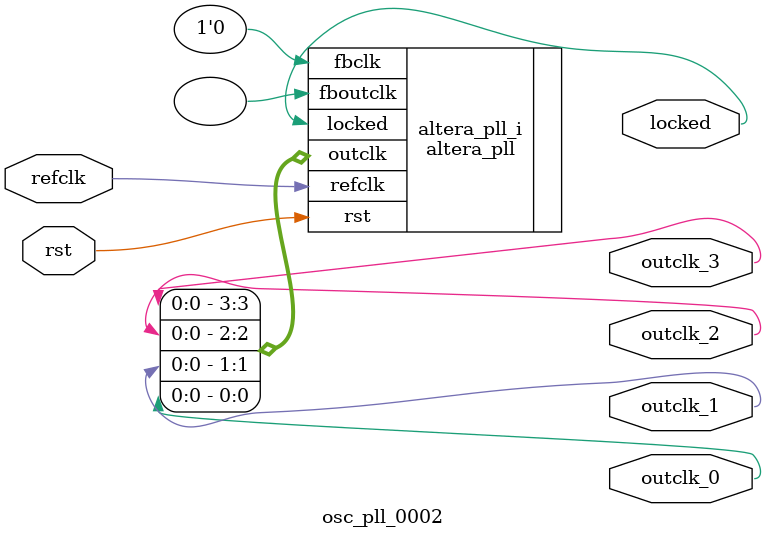
<source format=v>
`timescale 1ns/10ps
module  osc_pll_0002(

	// interface 'refclk'
	input wire refclk,

	// interface 'reset'
	input wire rst,

	// interface 'outclk0'
	output wire outclk_0,

	// interface 'outclk1'
	output wire outclk_1,

	// interface 'outclk2'
	output wire outclk_2,

	// interface 'outclk3'
	output wire outclk_3,

	// interface 'locked'
	output wire locked
);

	altera_pll #(
		.fractional_vco_multiplier("false"),
		.reference_clock_frequency("24.0 MHz"),
		.operation_mode("direct"),
		.number_of_clocks(4),
		.output_clock_frequency0("100.000000 MHz"),
		.phase_shift0("0 ps"),
		.duty_cycle0(50),
		.output_clock_frequency1("50.000000 MHz"),
		.phase_shift1("0 ps"),
		.duty_cycle1(50),
		.output_clock_frequency2("12.000000 MHz"),
		.phase_shift2("0 ps"),
		.duty_cycle2(50),
		.output_clock_frequency3("400.000000 MHz"),
		.phase_shift3("0 ps"),
		.duty_cycle3(50),
		.output_clock_frequency4("0 MHz"),
		.phase_shift4("0 ps"),
		.duty_cycle4(50),
		.output_clock_frequency5("0 MHz"),
		.phase_shift5("0 ps"),
		.duty_cycle5(50),
		.output_clock_frequency6("0 MHz"),
		.phase_shift6("0 ps"),
		.duty_cycle6(50),
		.output_clock_frequency7("0 MHz"),
		.phase_shift7("0 ps"),
		.duty_cycle7(50),
		.output_clock_frequency8("0 MHz"),
		.phase_shift8("0 ps"),
		.duty_cycle8(50),
		.output_clock_frequency9("0 MHz"),
		.phase_shift9("0 ps"),
		.duty_cycle9(50),
		.output_clock_frequency10("0 MHz"),
		.phase_shift10("0 ps"),
		.duty_cycle10(50),
		.output_clock_frequency11("0 MHz"),
		.phase_shift11("0 ps"),
		.duty_cycle11(50),
		.output_clock_frequency12("0 MHz"),
		.phase_shift12("0 ps"),
		.duty_cycle12(50),
		.output_clock_frequency13("0 MHz"),
		.phase_shift13("0 ps"),
		.duty_cycle13(50),
		.output_clock_frequency14("0 MHz"),
		.phase_shift14("0 ps"),
		.duty_cycle14(50),
		.output_clock_frequency15("0 MHz"),
		.phase_shift15("0 ps"),
		.duty_cycle15(50),
		.output_clock_frequency16("0 MHz"),
		.phase_shift16("0 ps"),
		.duty_cycle16(50),
		.output_clock_frequency17("0 MHz"),
		.phase_shift17("0 ps"),
		.duty_cycle17(50),
		.pll_type("General"),
		.pll_subtype("General")
	) altera_pll_i (
		.rst	(rst),
		.outclk	({outclk_3, outclk_2, outclk_1, outclk_0}),
		.locked	(locked),
		.fboutclk	( ),
		.fbclk	(1'b0),
		.refclk	(refclk)
	);
endmodule


</source>
